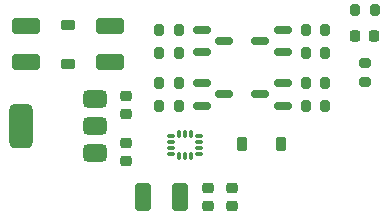
<source format=gbr>
%TF.GenerationSoftware,KiCad,Pcbnew,8.0.3*%
%TF.CreationDate,2024-12-25T15:35:37+08:00*%
%TF.ProjectId,ICM-42688,49434d2d-3432-4363-9838-2e6b69636164,rev?*%
%TF.SameCoordinates,Original*%
%TF.FileFunction,Paste,Top*%
%TF.FilePolarity,Positive*%
%FSLAX46Y46*%
G04 Gerber Fmt 4.6, Leading zero omitted, Abs format (unit mm)*
G04 Created by KiCad (PCBNEW 8.0.3) date 2024-12-25 15:35:37*
%MOMM*%
%LPD*%
G01*
G04 APERTURE LIST*
G04 Aperture macros list*
%AMRoundRect*
0 Rectangle with rounded corners*
0 $1 Rounding radius*
0 $2 $3 $4 $5 $6 $7 $8 $9 X,Y pos of 4 corners*
0 Add a 4 corners polygon primitive as box body*
4,1,4,$2,$3,$4,$5,$6,$7,$8,$9,$2,$3,0*
0 Add four circle primitives for the rounded corners*
1,1,$1+$1,$2,$3*
1,1,$1+$1,$4,$5*
1,1,$1+$1,$6,$7*
1,1,$1+$1,$8,$9*
0 Add four rect primitives between the rounded corners*
20,1,$1+$1,$2,$3,$4,$5,0*
20,1,$1+$1,$4,$5,$6,$7,0*
20,1,$1+$1,$6,$7,$8,$9,0*
20,1,$1+$1,$8,$9,$2,$3,0*%
G04 Aperture macros list end*
%ADD10RoundRect,0.200000X-0.200000X-0.275000X0.200000X-0.275000X0.200000X0.275000X-0.200000X0.275000X0*%
%ADD11RoundRect,0.150000X0.587500X0.150000X-0.587500X0.150000X-0.587500X-0.150000X0.587500X-0.150000X0*%
%ADD12RoundRect,0.225000X-0.250000X0.225000X-0.250000X-0.225000X0.250000X-0.225000X0.250000X0.225000X0*%
%ADD13RoundRect,0.250000X0.925000X-0.412500X0.925000X0.412500X-0.925000X0.412500X-0.925000X-0.412500X0*%
%ADD14RoundRect,0.200000X0.200000X0.275000X-0.200000X0.275000X-0.200000X-0.275000X0.200000X-0.275000X0*%
%ADD15RoundRect,0.375000X0.625000X0.375000X-0.625000X0.375000X-0.625000X-0.375000X0.625000X-0.375000X0*%
%ADD16RoundRect,0.500000X0.500000X1.400000X-0.500000X1.400000X-0.500000X-1.400000X0.500000X-1.400000X0*%
%ADD17RoundRect,0.150000X-0.587500X-0.150000X0.587500X-0.150000X0.587500X0.150000X-0.587500X0.150000X0*%
%ADD18RoundRect,0.218750X0.218750X0.256250X-0.218750X0.256250X-0.218750X-0.256250X0.218750X-0.256250X0*%
%ADD19RoundRect,0.200000X-0.275000X0.200000X-0.275000X-0.200000X0.275000X-0.200000X0.275000X0.200000X0*%
%ADD20RoundRect,0.225000X-0.225000X-0.375000X0.225000X-0.375000X0.225000X0.375000X-0.225000X0.375000X0*%
%ADD21RoundRect,0.250000X0.412500X0.925000X-0.412500X0.925000X-0.412500X-0.925000X0.412500X-0.925000X0*%
%ADD22RoundRect,0.087500X-0.225000X-0.087500X0.225000X-0.087500X0.225000X0.087500X-0.225000X0.087500X0*%
%ADD23RoundRect,0.087500X-0.087500X-0.225000X0.087500X-0.225000X0.087500X0.225000X-0.087500X0.225000X0*%
%ADD24RoundRect,0.225000X0.375000X-0.225000X0.375000X0.225000X-0.375000X0.225000X-0.375000X-0.225000X0*%
G04 APERTURE END LIST*
D10*
%TO.C,R9*%
X134370000Y-82250000D03*
X136020000Y-82250000D03*
%TD*%
D11*
%TO.C,Q1*%
X144800000Y-79670000D03*
X144800000Y-77770000D03*
X142925000Y-78720000D03*
%TD*%
D12*
%TO.C,C4*%
X138460000Y-92710000D03*
X138460000Y-91160000D03*
%TD*%
%TO.C,C7*%
X131560000Y-87330000D03*
X131560000Y-88880000D03*
%TD*%
D13*
%TO.C,C5*%
X123060000Y-80495000D03*
X123060000Y-77420000D03*
%TD*%
D12*
%TO.C,C6*%
X140560000Y-91160000D03*
X140560000Y-92710000D03*
%TD*%
D14*
%TO.C,R5*%
X148395000Y-82250000D03*
X146745000Y-82250000D03*
%TD*%
D15*
%TO.C,U1*%
X128960000Y-88210000D03*
X128960000Y-85910000D03*
D16*
X122660000Y-85910000D03*
D15*
X128960000Y-83610000D03*
%TD*%
D14*
%TO.C,R2*%
X152585000Y-76100000D03*
X150935000Y-76100000D03*
%TD*%
D17*
%TO.C,Q2*%
X137992500Y-77770000D03*
X137992500Y-79670000D03*
X139867500Y-78720000D03*
%TD*%
D18*
%TO.C,D2*%
X152527500Y-78300000D03*
X150952500Y-78300000D03*
%TD*%
D14*
%TO.C,R7*%
X148395000Y-79690000D03*
X146745000Y-79690000D03*
%TD*%
D19*
%TO.C,R1*%
X151760000Y-80535000D03*
X151760000Y-82185000D03*
%TD*%
D14*
%TO.C,R6*%
X148395000Y-77750000D03*
X146745000Y-77750000D03*
%TD*%
D10*
%TO.C,R3*%
X134370000Y-79690000D03*
X136020000Y-79690000D03*
%TD*%
D20*
%TO.C,D3*%
X144700000Y-87460000D03*
X141400000Y-87460000D03*
%TD*%
D21*
%TO.C,C3*%
X136100000Y-91935000D03*
X133025000Y-91935000D03*
%TD*%
D10*
%TO.C,R4*%
X134370000Y-84190000D03*
X136020000Y-84190000D03*
%TD*%
D12*
%TO.C,C2*%
X131560000Y-84910000D03*
X131560000Y-83360000D03*
%TD*%
D10*
%TO.C,R8*%
X134370000Y-77750000D03*
X136020000Y-77750000D03*
%TD*%
D22*
%TO.C,U2*%
X135377500Y-86762500D03*
X135377500Y-87262500D03*
X135377500Y-87762500D03*
X135377500Y-88262500D03*
D23*
X136040000Y-88425000D03*
X136540000Y-88425000D03*
X137040000Y-88425000D03*
D22*
X137702500Y-88262500D03*
X137702500Y-87762500D03*
X137702500Y-87262500D03*
X137702500Y-86762500D03*
D23*
X137040000Y-86600000D03*
X136540000Y-86600000D03*
X136040000Y-86600000D03*
%TD*%
D17*
%TO.C,Q3*%
X137992500Y-82270000D03*
X137992500Y-84170000D03*
X139867500Y-83220000D03*
%TD*%
D11*
%TO.C,Q4*%
X144800000Y-84170000D03*
X144800000Y-82270000D03*
X142925000Y-83220000D03*
%TD*%
D14*
%TO.C,R10*%
X148395000Y-84190000D03*
X146745000Y-84190000D03*
%TD*%
D13*
%TO.C,C1*%
X130220000Y-80495000D03*
X130220000Y-77420000D03*
%TD*%
D24*
%TO.C,D1*%
X126660000Y-80607500D03*
X126660000Y-77307500D03*
%TD*%
M02*

</source>
